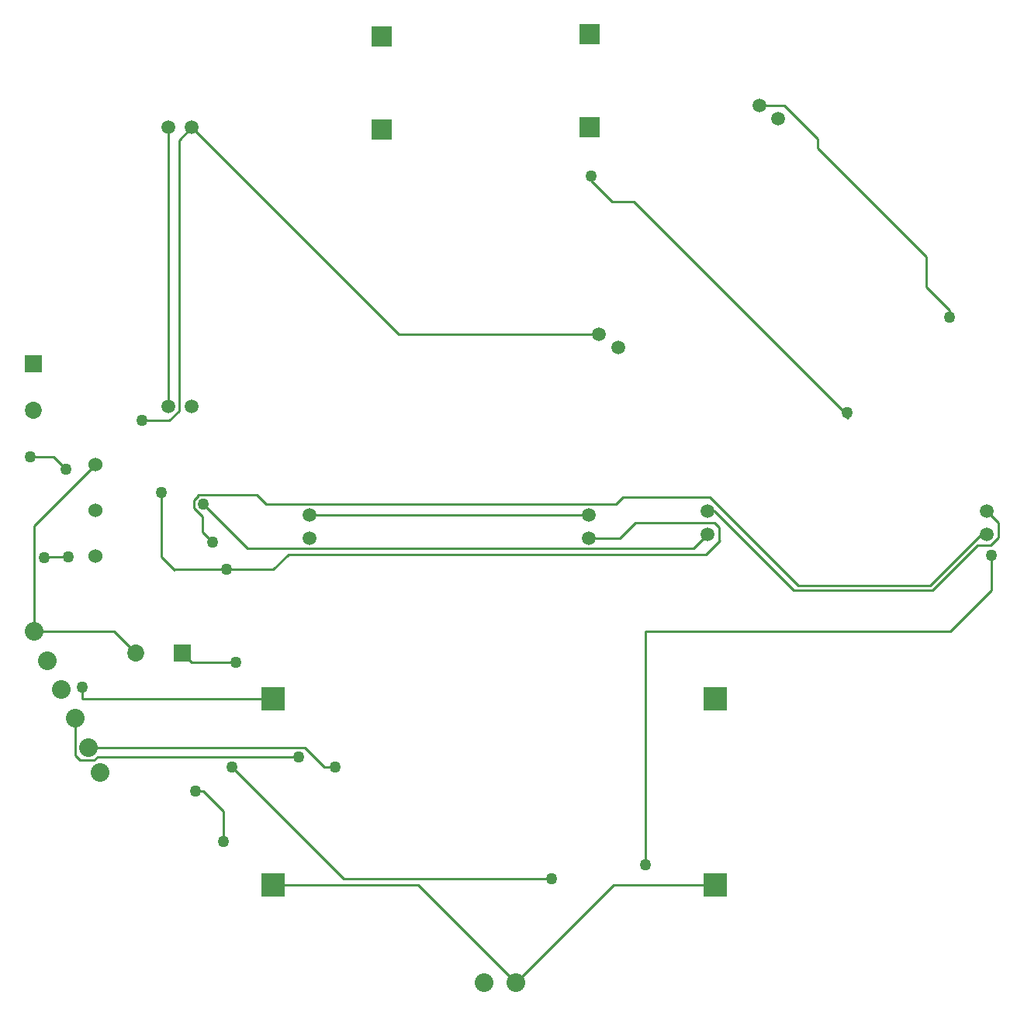
<source format=gbl>
G04 Layer_Physical_Order=2*
G04 Layer_Color=16711680*
%FSLAX23Y23*%
%MOIN*%
G70*
G01*
G75*
%ADD21C,0.010*%
%ADD22C,0.059*%
%ADD23R,0.073X0.073*%
%ADD24C,0.073*%
%ADD25C,0.060*%
%ADD26R,0.090X0.090*%
%ADD27R,0.100X0.100*%
%ADD28C,0.080*%
%ADD29R,0.073X0.073*%
%ADD30C,0.050*%
D21*
X-6150Y755D02*
X-5290D01*
X-5140Y1325D02*
X-4225Y410D01*
X-4602Y1740D02*
X-4494D01*
X-7030Y8D02*
X-6995Y-27D01*
Y-93D02*
Y-27D01*
X-7011Y61D02*
Y61D01*
X-7030Y42D02*
X-7011Y61D01*
X-7015Y65D02*
X-7011Y61D01*
X-7030Y8D02*
Y42D01*
X-6995Y-93D02*
X-6951Y-137D01*
X-3648Y-105D02*
X-3625D01*
X-3868Y-325D02*
X-3648Y-105D01*
X-4435Y-325D02*
X-3868D01*
X-3859Y-345D02*
X-3664Y-150D01*
X-4455Y-345D02*
X-3859D01*
X-3664Y-150D02*
X-3607D01*
X-7040Y1645D02*
X-6150Y755D01*
X-4885Y-165D02*
X-4825Y-105D01*
X-7718Y-68D02*
X-7455Y195D01*
X-7718Y-521D02*
Y-68D01*
X-7675Y-205D02*
X-7670Y-200D01*
X-7570D01*
X-7635Y230D02*
X-7580Y175D01*
X-7735Y230D02*
X-7635D01*
X-7137Y385D02*
X-7095Y427D01*
X-7255Y385D02*
X-7137D01*
X-7510Y-810D02*
X-6690D01*
X-7510D02*
Y-760D01*
X-7095Y1590D02*
X-7040Y1645D01*
X-7095Y427D02*
Y1590D01*
X-7140Y445D02*
Y1645D01*
X-3780Y-520D02*
X-3605Y-345D01*
Y-195D01*
X-3607Y-150D02*
X-3575Y-118D01*
Y-55D01*
X-7080Y-615D02*
X-7040Y-655D01*
X-6850D01*
X-6890Y-255D02*
X-6690D01*
X-6625Y-190D01*
X-7114Y-255D02*
X-6890D01*
X-7115Y-256D02*
X-7114Y-255D01*
X-7170Y-201D02*
X-7115Y-256D01*
X-5325Y1415D02*
Y1435D01*
Y1415D02*
X-5235Y1325D01*
X-5140D01*
X-4225Y395D02*
Y410D01*
X-4218Y403D01*
X-4225Y410D02*
Y420D01*
Y395D02*
X-4218Y403D01*
X-6905Y-1425D02*
Y-1295D01*
X-6993Y-1207D02*
X-6905Y-1295D01*
X-7025Y-1207D02*
X-6993D01*
X-4494Y1740D02*
X-4350Y1596D01*
X-3785Y830D02*
Y860D01*
X-3885Y960D02*
X-3785Y860D01*
X-3885Y960D02*
Y1090D01*
X-4350Y1555D02*
X-3885Y1090D01*
X-4350Y1555D02*
Y1596D01*
X-6763Y65D02*
X-6723Y25D01*
X-4775Y-130D02*
Y-75D01*
Y-130D02*
X-4773D01*
X-4833Y-190D02*
X-4773Y-130D01*
X-6625Y-190D02*
X-4833D01*
X-6800Y-165D02*
X-4885D01*
X-6990Y25D02*
X-6800Y-165D01*
X-4795Y-55D02*
X-4775Y-75D01*
X-5135Y-55D02*
X-4795D01*
X-5200Y-120D02*
X-5135Y-55D01*
X-5335Y-120D02*
X-5200D01*
X-4825Y-5D02*
X-4795D01*
X-4455Y-345D01*
X-4815Y55D02*
X-4435Y-325D01*
X-5188Y55D02*
X-4815D01*
X-5218Y25D02*
X-5188Y55D01*
X-5218Y25D02*
X-5215Y28D01*
X-6723Y25D02*
X-5218D01*
X-5090Y-520D02*
X-3780D01*
X-3625Y-5D02*
X-3575Y-55D01*
X-5090Y-1525D02*
Y-520D01*
X-6535Y-20D02*
X-5335D01*
X-6869Y-1105D02*
X-6389Y-1585D01*
X-5495D01*
X-6067Y-1610D02*
X-5647Y-2030D01*
X-6690Y-1610D02*
X-6067D01*
X-6555Y-1020D02*
X-6470Y-1105D01*
X-6425D01*
X-7485Y-1020D02*
X-6555D01*
X-7446Y-1060D02*
X-6580D01*
X-7461Y-1075D02*
X-7446Y-1060D01*
X-7523Y-1075D02*
X-7461D01*
X-7170Y-201D02*
Y75D01*
X-7543Y-1055D02*
X-7523Y-1075D01*
X-7543Y-1055D02*
Y-895D01*
X-7718Y-521D02*
X-7374D01*
X-7280Y-615D01*
X-7015Y65D02*
X-6763D01*
X-5227Y-1610D02*
X-4790D01*
X-5647Y-2030D02*
X-5227Y-1610D01*
D22*
X-6535Y-120D02*
D03*
Y-20D02*
D03*
X-5335Y-120D02*
D03*
Y-20D02*
D03*
X-4825Y-105D02*
D03*
Y-5D02*
D03*
X-3625Y-105D02*
D03*
Y-5D02*
D03*
X-4602Y1740D02*
D03*
X-4520Y1683D02*
D03*
X-5290Y757D02*
D03*
X-5208Y700D02*
D03*
X-7040Y445D02*
D03*
X-7140D02*
D03*
X-7040Y1645D02*
D03*
X-7140D02*
D03*
D23*
X-7720Y630D02*
D03*
D24*
Y430D02*
D03*
X-7280Y-615D02*
D03*
D25*
X-7455Y195D02*
D03*
Y-2D02*
D03*
Y-199D02*
D03*
D26*
X-5330Y2045D02*
D03*
Y1645D02*
D03*
X-6225Y2035D02*
D03*
Y1635D02*
D03*
D27*
X-4790Y-810D02*
D03*
Y-1610D02*
D03*
X-6690D02*
D03*
Y-810D02*
D03*
D28*
X-7718Y-521D02*
D03*
X-7660Y-646D02*
D03*
X-7601Y-771D02*
D03*
X-7543Y-895D02*
D03*
X-7485Y-1020D02*
D03*
X-7436Y-1127D02*
D03*
X-5647Y-2030D02*
D03*
X-5785D02*
D03*
D29*
X-7080Y-615D02*
D03*
D30*
X-7675Y-205D02*
D03*
X-7570Y-200D02*
D03*
X-7580Y175D02*
D03*
X-7735Y230D02*
D03*
X-7255Y385D02*
D03*
X-7510Y-760D02*
D03*
X-3605Y-195D02*
D03*
X-6850Y-655D02*
D03*
X-6890Y-255D02*
D03*
X-4225Y420D02*
D03*
X-6905Y-1425D02*
D03*
X-5325Y1435D02*
D03*
X-3785Y830D02*
D03*
X-5090Y-1525D02*
D03*
X-5495Y-1585D02*
D03*
X-6425Y-1105D02*
D03*
X-6580Y-1060D02*
D03*
X-7025Y-1207D02*
D03*
X-6990Y25D02*
D03*
X-7170Y75D02*
D03*
X-6869Y-1105D02*
D03*
X-6951Y-137D02*
D03*
M02*

</source>
